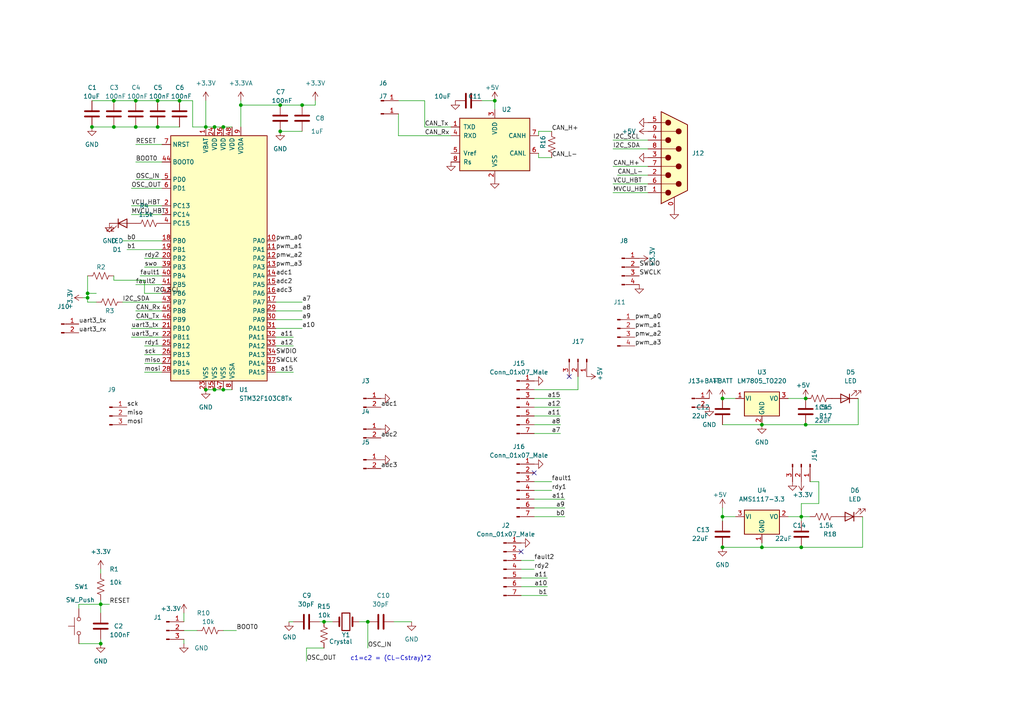
<source format=kicad_sch>
(kicad_sch (version 20211123) (generator eeschema)
  (paper "A4")
  (lib_symbols
    (symbol "Connector:Conn_01x01_Male" (pin_names (offset 1.016) hide)
      (property "Reference" "J" (at 0 2.54 0))
      (property "Value" "Conn_01x01_Male" (at 0 -2.54 0))
      (symbol "Conn_01x01_Male_1_1"
        (polyline (pts (xy 1.27 0) (xy 0.8636 0)) (stroke (width 0.1524)))
        (rectangle (start 0.8636 0.127) (end 0 -0.127) (stroke (width 0.1524)) (fill (type outline)))
        (pin passive line (at 5.08 0 180) (length 3.81) (name "Pin_1") (number "1"))
      )
    )
    (symbol "Connector:Conn_01x02_Male" (pin_names (offset 1.016) hide)
      (property "Reference" "J" (at 0 2.54 0))
      (property "Value" "Conn_01x02_Male" (at 0 -5.08 0))
      (symbol "Conn_01x02_Male_1_1"
        (polyline (pts (xy 1.27 -2.54) (xy 0.8636 -2.54)) (stroke (width 0.1524)))
        (polyline (pts (xy 1.27 0) (xy 0.8636 0)) (stroke (width 0.1524)))
        (rectangle (start 0.8636 -2.413) (end 0 -2.667) (stroke (width 0.1524)) (fill (type outline)))
        (rectangle (start 0.8636 0.127) (end 0 -0.127) (stroke (width 0.1524)) (fill (type outline)))
        (pin passive line (at 5.08 0 180) (length 3.81) (name "Pin_1") (number "1"))
        (pin passive line (at 5.08 -2.54 180) (length 3.81) (name "Pin_2") (number "2"))
      )
    )
    (symbol "Connector:Conn_01x03_Male" (pin_names (offset 1.016) hide)
      (property "Reference" "J" (at 0 5.08 0))
      (property "Value" "Conn_01x03_Male" (at 0 -5.08 0))
      (symbol "Conn_01x03_Male_1_1"
        (polyline (pts (xy 1.27 -2.54) (xy 0.8636 -2.54)) (stroke (width 0.1524)))
        (polyline (pts (xy 1.27 0) (xy 0.8636 0)) (stroke (width 0.1524)))
        (polyline (pts (xy 1.27 2.54) (xy 0.8636 2.54)) (stroke (width 0.1524)))
        (rectangle (start 0.8636 -2.413) (end 0 -2.667) (stroke (width 0.1524)) (fill (type outline)))
        (rectangle (start 0.8636 0.127) (end 0 -0.127) (stroke (width 0.1524)) (fill (type outline)))
        (rectangle (start 0.8636 2.667) (end 0 2.413) (stroke (width 0.1524)) (fill (type outline)))
        (pin passive line (at 5.08 2.54 180) (length 3.81) (name "Pin_1") (number "1"))
        (pin passive line (at 5.08 0 180) (length 3.81) (name "Pin_2") (number "2"))
        (pin passive line (at 5.08 -2.54 180) (length 3.81) (name "Pin_3") (number "3"))
      )
    )
    (symbol "Connector:Conn_01x04_Male" (pin_names (offset 1.016) hide)
      (property "Reference" "J" (at 0 5.08 0))
      (property "Value" "Conn_01x04_Male" (at 0 -7.62 0))
      (symbol "Conn_01x04_Male_1_1"
        (polyline (pts (xy 1.27 -5.08) (xy 0.8636 -5.08)) (stroke (width 0.1524)))
        (polyline (pts (xy 1.27 -2.54) (xy 0.8636 -2.54)) (stroke (width 0.1524)))
        (polyline (pts (xy 1.27 0) (xy 0.8636 0)) (stroke (width 0.1524)))
        (polyline (pts (xy 1.27 2.54) (xy 0.8636 2.54)) (stroke (width 0.1524)))
        (rectangle (start 0.8636 -4.953) (end 0 -5.207) (stroke (width 0.1524)) (fill (type outline)))
        (rectangle (start 0.8636 -2.413) (end 0 -2.667) (stroke (width 0.1524)) (fill (type outline)))
        (rectangle (start 0.8636 0.127) (end 0 -0.127) (stroke (width 0.1524)) (fill (type outline)))
        (rectangle (start 0.8636 2.667) (end 0 2.413) (stroke (width 0.1524)) (fill (type outline)))
        (pin passive line (at 5.08 2.54 180) (length 3.81) (name "Pin_1") (number "1"))
        (pin passive line (at 5.08 0 180) (length 3.81) (name "Pin_2") (number "2"))
        (pin passive line (at 5.08 -2.54 180) (length 3.81) (name "Pin_3") (number "3"))
        (pin passive line (at 5.08 -5.08 180) (length 3.81) (name "Pin_4") (number "4"))
      )
    )
    (symbol "Connector:Conn_01x07_Male" (pin_names (offset 1.016) hide)
      (property "Reference" "J" (at 0 10.16 0))
      (property "Value" "Conn_01x07_Male" (at 0 -10.16 0))
      (symbol "Conn_01x07_Male_1_1"
        (polyline (pts (xy 1.27 -7.62) (xy 0.8636 -7.62)) (stroke (width 0.1524)))
        (polyline (pts (xy 1.27 -5.08) (xy 0.8636 -5.08)) (stroke (width 0.1524)))
        (polyline (pts (xy 1.27 -2.54) (xy 0.8636 -2.54)) (stroke (width 0.1524)))
        (polyline (pts (xy 1.27 0) (xy 0.8636 0)) (stroke (width 0.1524)))
        (polyline (pts (xy 1.27 2.54) (xy 0.8636 2.54)) (stroke (width 0.1524)))
        (polyline (pts (xy 1.27 5.08) (xy 0.8636 5.08)) (stroke (width 0.1524)))
        (polyline (pts (xy 1.27 7.62) (xy 0.8636 7.62)) (stroke (width 0.1524)))
        (rectangle (start 0.8636 -7.493) (end 0 -7.747) (stroke (width 0.1524)) (fill (type outline)))
        (rectangle (start 0.8636 -4.953) (end 0 -5.207) (stroke (width 0.1524)) (fill (type outline)))
        (rectangle (start 0.8636 -2.413) (end 0 -2.667) (stroke (width 0.1524)) (fill (type outline)))
        (rectangle (start 0.8636 0.127) (end 0 -0.127) (stroke (width 0.1524)) (fill (type outline)))
        (rectangle (start 0.8636 2.667) (end 0 2.413) (stroke (width 0.1524)) (fill (type outline)))
        (rectangle (start 0.8636 5.207) (end 0 4.953) (stroke (width 0.1524)) (fill (type outline)))
        (rectangle (start 0.8636 7.747) (end 0 7.493) (stroke (width 0.1524)) (fill (type outline)))
        (pin passive line (at 5.08 7.62 180) (length 3.81) (name "Pin_1") (number "1"))
        (pin passive line (at 5.08 5.08 180) (length 3.81) (name "Pin_2") (number "2"))
        (pin passive line (at 5.08 2.54 180) (length 3.81) (name "Pin_3") (number "3"))
        (pin passive line (at 5.08 0 180) (length 3.81) (name "Pin_4") (number "4"))
        (pin passive line (at 5.08 -2.54 180) (length 3.81) (name "Pin_5") (number "5"))
        (pin passive line (at 5.08 -5.08 180) (length 3.81) (name "Pin_6") (number "6"))
        (pin passive line (at 5.08 -7.62 180) (length 3.81) (name "Pin_7") (number "7"))
      )
    )
    (symbol "Connector:DB9_Male_MountingHoles" (pin_names (offset 1.016) hide)
      (property "Reference" "J" (at 0 16.51 0))
      (property "Value" "DB9_Male_MountingHoles" (at 0 14.605 0))
      (symbol "DB9_Male_MountingHoles_0_1"
        (circle (center -1.778 -10.16) (radius 0.762) (fill (type outline)))
        (circle (center -1.778 -5.08) (radius 0.762) (fill (type outline)))
        (circle (center -1.778 0) (radius 0.762) (fill (type outline)))
        (circle (center -1.778 5.08) (radius 0.762) (fill (type outline)))
        (circle (center -1.778 10.16) (radius 0.762) (fill (type outline)))
        (polyline (pts (xy -3.81 -10.16) (xy -2.54 -10.16)))
        (polyline (pts (xy -3.81 -7.62) (xy 0.508 -7.62)))
        (polyline (pts (xy -3.81 -5.08) (xy -2.54 -5.08)))
        (polyline (pts (xy -3.81 -2.54) (xy 0.508 -2.54)))
        (polyline (pts (xy -3.81 0) (xy -2.54 0)))
        (polyline (pts (xy -3.81 2.54) (xy 0.508 2.54)))
        (polyline (pts (xy -3.81 5.08) (xy -2.54 5.08)))
        (polyline (pts (xy -3.81 7.62) (xy 0.508 7.62)))
        (polyline (pts (xy -3.81 10.16) (xy -2.54 10.16)))
        (polyline (pts (xy -3.81 -13.335) (xy -3.81 13.335) (xy 3.81 9.525) (xy 3.81 -9.525) (xy -3.81 -13.335)) (stroke (width 0.254)) (fill (type background)))
        (circle (center 1.27 -7.62) (radius 0.762) (fill (type outline)))
        (circle (center 1.27 -2.54) (radius 0.762) (fill (type outline)))
        (circle (center 1.27 2.54) (radius 0.762) (fill (type outline)))
        (circle (center 1.27 7.62) (radius 0.762) (fill (type outline)))
      )
      (symbol "DB9_Male_MountingHoles_1_1"
        (pin passive line (at 0 -15.24 90) (length 3.81) (name "PAD") (number "0"))
        (pin passive line (at -7.62 -10.16 0) (length 3.81) (name "1") (number "1"))
        (pin passive line (at -7.62 -5.08 0) (length 3.81) (name "2") (number "2"))
        (pin passive line (at -7.62 0 0) (length 3.81) (name "3") (number "3"))
        (pin passive line (at -7.62 5.08 0) (length 3.81) (name "4") (number "4"))
        (pin passive line (at -7.62 10.16 0) (length 3.81) (name "5") (number "5"))
        (pin passive line (at -7.62 -7.62 0) (length 3.81) (name "6") (number "6"))
        (pin passive line (at -7.62 -2.54 0) (length 3.81) (name "7") (number "7"))
        (pin passive line (at -7.62 2.54 0) (length 3.81) (name "8") (number "8"))
        (pin passive line (at -7.62 7.62 0) (length 3.81) (name "9") (number "9"))
      )
    )
    (symbol "Device:C" (pin_numbers hide) (pin_names (offset 0.254))
      (property "Reference" "C" (at 0.635 2.54 0))
      (property "Value" "C" (at 0.635 -2.54 0))
      (symbol "C_0_1"
        (polyline (pts (xy -2.032 -0.762) (xy 2.032 -0.762)) (stroke (width 0.508)))
        (polyline (pts (xy -2.032 0.762) (xy 2.032 0.762)) (stroke (width 0.508)))
      )
      (symbol "C_1_1"
        (pin passive line (at 0 3.81 270) (length 2.794) (name "~") (number "1"))
        (pin passive line (at 0 -3.81 90) (length 2.794) (name "~") (number "2"))
      )
    )
    (symbol "Device:Crystal" (pin_numbers hide) (pin_names (offset 1.016) hide)
      (property "Reference" "Y" (at 0 3.81 0))
      (property "Value" "Crystal" (at 0 -3.81 0))
      (symbol "Crystal_0_1"
        (rectangle (start -1.143 2.54) (end 1.143 -2.54) (stroke (width 0.3048)))
        (polyline (pts (xy -2.54 0) (xy -1.905 0)))
        (polyline (pts (xy -1.905 -1.27) (xy -1.905 1.27)) (stroke (width 0.508)))
        (polyline (pts (xy 1.905 -1.27) (xy 1.905 1.27)) (stroke (width 0.508)))
        (polyline (pts (xy 2.54 0) (xy 1.905 0)))
      )
      (symbol "Crystal_1_1"
        (pin passive line (at -3.81 0 0) (length 1.27) (name "1") (number "1"))
        (pin passive line (at 3.81 0 180) (length 1.27) (name "2") (number "2"))
      )
    )
    (symbol "Device:LED" (pin_numbers hide) (pin_names (offset 1.016) hide)
      (property "Reference" "D" (at 0 2.54 0))
      (property "Value" "LED" (at 0 -2.54 0))
      (symbol "LED_0_1"
        (polyline (pts (xy -1.27 -1.27) (xy -1.27 1.27)) (stroke (width 0.254)))
        (polyline (pts (xy -1.27 0) (xy 1.27 0)))
        (polyline (pts (xy 1.27 -1.27) (xy 1.27 1.27) (xy -1.27 0) (xy 1.27 -1.27)) (stroke (width 0.254)))
        (polyline (pts (xy -3.048 -0.762) (xy -4.572 -2.286) (xy -3.81 -2.286) (xy -4.572 -2.286) (xy -4.572 -1.524)))
        (polyline (pts (xy -1.778 -0.762) (xy -3.302 -2.286) (xy -2.54 -2.286) (xy -3.302 -2.286) (xy -3.302 -1.524)))
      )
      (symbol "LED_1_1"
        (pin passive line (at -3.81 0 0) (length 2.54) (name "K") (number "1"))
        (pin passive line (at 3.81 0 180) (length 2.54) (name "A") (number "2"))
      )
    )
    (symbol "Device:R_US" (pin_numbers hide) (pin_names (offset 0))
      (property "Reference" "R" (at 2.54 0 90))
      (property "Value" "R_US" (at -2.54 0 90))
      (symbol "R_US_0_1"
        (polyline (pts (xy 0 -2.286) (xy 0 -2.54)))
        (polyline (pts (xy 0 2.286) (xy 0 2.54)))
        (polyline (pts (xy 0 -0.762) (xy 1.016 -1.143) (xy 0 -1.524) (xy -1.016 -1.905) (xy 0 -2.286)))
        (polyline (pts (xy 0 0.762) (xy 1.016 0.381) (xy 0 0) (xy -1.016 -0.381) (xy 0 -0.762)))
        (polyline (pts (xy 0 2.286) (xy 1.016 1.905) (xy 0 1.524) (xy -1.016 1.143) (xy 0 0.762)))
      )
      (symbol "R_US_1_1"
        (pin passive line (at 0 3.81 270) (length 1.27) (name "~") (number "1"))
        (pin passive line (at 0 -3.81 90) (length 1.27) (name "~") (number "2"))
      )
    )
    (symbol "GND_1" (power) (pin_names (offset 0))
      (property "Value" "GND_1" (at 0 -3.81 0))
      (symbol "GND_1_0_1"
        (polyline (pts (xy 0 0) (xy 0 -1.27) (xy 1.27 -1.27) (xy 0 -2.54) (xy -1.27 -1.27) (xy 0 -1.27)))
      )
      (symbol "GND_1_1_1"
        (pin power_in line (at 0 0 270) (length 0) hide (name "GND") (number "1"))
      )
    )
    (symbol "Interface_CAN_LIN:MCP2551-I-SN" (pin_names (offset 1.016))
      (property "Reference" "U" (at -10.16 8.89 0))
      (property "Value" "MCP2551-I-SN" (at 2.54 8.89 0))
      (symbol "MCP2551-I-SN_0_1"
        (rectangle (start -10.16 7.62) (end 10.16 -7.62) (stroke (width 0.254)) (fill (type background)))
      )
      (symbol "MCP2551-I-SN_1_1"
        (pin input line (at -12.7 5.08 0) (length 2.54) (name "TXD") (number "1"))
        (pin power_in line (at 0 -10.16 90) (length 2.54) (name "VSS") (number "2"))
        (pin power_in line (at 0 10.16 270) (length 2.54) (name "VDD") (number "3"))
        (pin output line (at -12.7 2.54 0) (length 2.54) (name "RXD") (number "4"))
        (pin power_out line (at -12.7 -2.54 0) (length 2.54) (name "Vref") (number "5"))
        (pin bidirectional line (at 12.7 -2.54 180) (length 2.54) (name "CANL") (number "6"))
        (pin bidirectional line (at 12.7 2.54 180) (length 2.54) (name "CANH") (number "7"))
        (pin input line (at -12.7 -5.08 0) (length 2.54) (name "Rs") (number "8"))
      )
    )
    (symbol "MCU_ST_STM32F1:STM32F103C8Tx"
      (property "Reference" "U" (at -15.24 36.83 0))
      (property "Value" "STM32F103C8Tx" (at 7.62 36.83 0))
      (symbol "STM32F103C8Tx_0_1"
        (rectangle (start -15.24 -35.56) (end 12.7 35.56) (stroke (width 0.254)) (fill (type background)))
      )
      (symbol "STM32F103C8Tx_1_1"
        (pin power_in line (at -5.08 38.1 270) (length 2.54) (name "VBAT") (number "1"))
        (pin bidirectional line (at 15.24 5.08 180) (length 2.54) (name "PA0") (number "10"))
        (pin bidirectional line (at 15.24 2.54 180) (length 2.54) (name "PA1") (number "11"))
        (pin bidirectional line (at 15.24 0 180) (length 2.54) (name "PA2") (number "12"))
        (pin bidirectional line (at 15.24 -2.54 180) (length 2.54) (name "PA3") (number "13"))
        (pin bidirectional line (at 15.24 -5.08 180) (length 2.54) (name "PA4") (number "14"))
        (pin bidirectional line (at 15.24 -7.62 180) (length 2.54) (name "PA5") (number "15"))
        (pin bidirectional line (at 15.24 -10.16 180) (length 2.54) (name "PA6") (number "16"))
        (pin bidirectional line (at 15.24 -12.7 180) (length 2.54) (name "PA7") (number "17"))
        (pin bidirectional line (at -17.78 5.08 0) (length 2.54) (name "PB0") (number "18"))
        (pin bidirectional line (at -17.78 2.54 0) (length 2.54) (name "PB1") (number "19"))
        (pin bidirectional line (at -17.78 15.24 0) (length 2.54) (name "PC13") (number "2"))
        (pin bidirectional line (at -17.78 0 0) (length 2.54) (name "PB2") (number "20"))
        (pin bidirectional line (at -17.78 -20.32 0) (length 2.54) (name "PB10") (number "21"))
        (pin bidirectional line (at -17.78 -22.86 0) (length 2.54) (name "PB11") (number "22"))
        (pin power_in line (at -5.08 -38.1 90) (length 2.54) (name "VSS") (number "23"))
        (pin power_in line (at -2.54 38.1 270) (length 2.54) (name "VDD") (number "24"))
        (pin bidirectional line (at -17.78 -25.4 0) (length 2.54) (name "PB12") (number "25"))
        (pin bidirectional line (at -17.78 -27.94 0) (length 2.54) (name "PB13") (number "26"))
        (pin bidirectional line (at -17.78 -30.48 0) (length 2.54) (name "PB14") (number "27"))
        (pin bidirectional line (at -17.78 -33.02 0) (length 2.54) (name "PB15") (number "28"))
        (pin bidirectional line (at 15.24 -15.24 180) (length 2.54) (name "PA8") (number "29"))
        (pin bidirectional line (at -17.78 12.7 0) (length 2.54) (name "PC14") (number "3"))
        (pin bidirectional line (at 15.24 -17.78 180) (length 2.54) (name "PA9") (number "30"))
        (pin bidirectional line (at 15.24 -20.32 180) (length 2.54) (name "PA10") (number "31"))
        (pin bidirectional line (at 15.24 -22.86 180) (length 2.54) (name "PA11") (number "32"))
        (pin bidirectional line (at 15.24 -25.4 180) (length 2.54) (name "PA12") (number "33"))
        (pin bidirectional line (at 15.24 -27.94 180) (length 2.54) (name "PA13") (number "34"))
        (pin power_in line (at -2.54 -38.1 90) (length 2.54) (name "VSS") (number "35"))
        (pin power_in line (at 0 38.1 270) (length 2.54) (name "VDD") (number "36"))
        (pin bidirectional line (at 15.24 -30.48 180) (length 2.54) (name "PA14") (number "37"))
        (pin bidirectional line (at 15.24 -33.02 180) (length 2.54) (name "PA15") (number "38"))
        (pin bidirectional line (at -17.78 -2.54 0) (length 2.54) (name "PB3") (number "39"))
        (pin bidirectional line (at -17.78 10.16 0) (length 2.54) (name "PC15") (number "4"))
        (pin bidirectional line (at -17.78 -5.08 0) (length 2.54) (name "PB4") (number "40"))
        (pin bidirectional line (at -17.78 -7.62 0) (length 2.54) (name "PB5") (number "41"))
        (pin bidirectional line (at -17.78 -10.16 0) (length 2.54) (name "PB6") (number "42"))
        (pin bidirectional line (at -17.78 -12.7 0) (length 2.54) (name "PB7") (number "43"))
        (pin input line (at -17.78 27.94 0) (length 2.54) (name "BOOT0") (number "44"))
        (pin bidirectional line (at -17.78 -15.24 0) (length 2.54) (name "PB8") (number "45"))
        (pin bidirectional line (at -17.78 -17.78 0) (length 2.54) (name "PB9") (number "46"))
        (pin power_in line (at 0 -38.1 90) (length 2.54) (name "VSS") (number "47"))
        (pin power_in line (at 2.54 38.1 270) (length 2.54) (name "VDD") (number "48"))
        (pin input line (at -17.78 22.86 0) (length 2.54) (name "PD0") (number "5"))
        (pin input line (at -17.78 20.32 0) (length 2.54) (name "PD1") (number "6"))
        (pin input line (at -17.78 33.02 0) (length 2.54) (name "NRST") (number "7"))
        (pin power_in line (at 2.54 -38.1 90) (length 2.54) (name "VSSA") (number "8"))
        (pin power_in line (at 5.08 38.1 270) (length 2.54) (name "VDDA") (number "9"))
      )
    )
    (symbol "Regulator_Linear:AMS1117-3.3" (pin_names (offset 0.254))
      (property "Reference" "U" (at -3.81 3.175 0))
      (property "Value" "AMS1117-3.3" (at 0 3.175 0))
      (symbol "AMS1117-3.3_0_1"
        (rectangle (start -5.08 -5.08) (end 5.08 1.905) (stroke (width 0.254)) (fill (type background)))
      )
      (symbol "AMS1117-3.3_1_1"
        (pin power_in line (at 0 -7.62 90) (length 2.54) (name "GND") (number "1"))
        (pin power_out line (at 7.62 0 180) (length 2.54) (name "VO") (number "2"))
        (pin power_in line (at -7.62 0 0) (length 2.54) (name "VI") (number "3"))
      )
    )
    (symbol "Regulator_Linear:LM7805_TO220" (pin_names (offset 0.254))
      (property "Reference" "U" (at -3.81 3.175 0))
      (property "Value" "LM7805_TO220" (at 0 3.175 0))
      (symbol "LM7805_TO220_0_1"
        (rectangle (start -5.08 1.905) (end 5.08 -5.08) (stroke (width 0.254)) (fill (type background)))
      )
      (symbol "LM7805_TO220_1_1"
        (pin power_in line (at -7.62 0 0) (length 2.54) (name "VI") (number "1"))
        (pin power_in line (at 0 -7.62 90) (length 2.54) (name "GND") (number "2"))
        (pin power_out line (at 7.62 0 180) (length 2.54) (name "VO") (number "3"))
      )
    )
    (symbol "Switch:SW_Push" (pin_numbers hide) (pin_names (offset 1.016) hide)
      (property "Reference" "SW" (at 1.27 2.54 0))
      (property "Value" "SW_Push" (at 0 -1.524 0))
      (symbol "SW_Push_0_1"
        (circle (center -2.032 0) (radius 0.508))
        (polyline (pts (xy 0 1.27) (xy 0 3.048)))
        (polyline (pts (xy 2.54 1.27) (xy -2.54 1.27)))
        (circle (center 2.032 0) (radius 0.508))
        (pin passive line (at -5.08 0 0) (length 2.54) (name "1") (number "1"))
        (pin passive line (at 5.08 0 180) (length 2.54) (name "2") (number "2"))
      )
    )
    (symbol "power:+3.3V" (power) (pin_names (offset 0))
      (property "Value" "+3.3V" (at 0 3.556 0))
      (symbol "+3.3V_0_1"
        (polyline (pts (xy -0.762 1.27) (xy 0 2.54)))
        (polyline (pts (xy 0 0) (xy 0 2.54)))
        (polyline (pts (xy 0 2.54) (xy 0.762 1.27)))
      )
      (symbol "+3.3V_1_1"
        (pin power_in line (at 0 0 90) (length 0) hide (name "+3.3V") (number "1"))
      )
    )
    (symbol "power:+3.3VA" (power) (pin_names (offset 0))
      (property "Value" "+3.3VA" (at 0 3.556 0))
      (symbol "+3.3VA_0_1"
        (polyline (pts (xy -0.762 1.27) (xy 0 2.54)))
        (polyline (pts (xy 0 0) (xy 0 2.54)))
        (polyline (pts (xy 0 2.54) (xy 0.762 1.27)))
      )
      (symbol "+3.3VA_1_1"
        (pin power_in line (at 0 0 90) (length 0) hide (name "+3.3VA") (number "1"))
      )
    )
    (symbol "power:+5V" (power) (pin_names (offset 0))
      (property "Value" "+5V" (at 0 3.556 0))
      (symbol "+5V_0_1"
        (polyline (pts (xy -0.762 1.27) (xy 0 2.54)))
        (polyline (pts (xy 0 0) (xy 0 2.54)))
        (polyline (pts (xy 0 2.54) (xy 0.762 1.27)))
      )
      (symbol "+5V_1_1"
        (pin power_in line (at 0 0 90) (length 0) hide (name "+5V") (number "1"))
      )
    )
    (symbol "power:+BATT" (power) (pin_names (offset 0))
      (property "Value" "+BATT" (at 0 3.556 0))
      (symbol "+BATT_0_1"
        (polyline (pts (xy -0.762 1.27) (xy 0 2.54)))
        (polyline (pts (xy 0 0) (xy 0 2.54)))
        (polyline (pts (xy 0 2.54) (xy 0.762 1.27)))
      )
      (symbol "+BATT_1_1"
        (pin power_in line (at 0 0 90) (length 0) hide (name "+BATT") (number "1"))
      )
    )
    (symbol "power:GND" (power) (pin_names (offset 0))
      (property "Value" "GND" (at 0 -3.81 0))
      (symbol "GND_0_1"
        (polyline (pts (xy 0 0) (xy 0 -1.27) (xy 1.27 -1.27) (xy 0 -2.54) (xy -1.27 -1.27) (xy 0 -1.27)))
      )
      (symbol "GND_1_1"
        (pin power_in line (at 0 0 270) (length 0) hide (name "GND") (number "1"))
      )
    )
  )
  (junction (at 39.37 36.83))
  (junction (at 87.63 30.48))
  (junction (at 33.02 29.21))
  (junction (at 220.98 158.75))
  (junction (at 81.28 38.1))
  (junction (at 33.02 36.83))
  (junction (at 26.67 36.83))
  (junction (at 233.68 115.57))
  (junction (at 93.98 180.34))
  (junction (at 209.55 158.75))
  (junction (at 64.77 36.83))
  (junction (at 52.07 29.21))
  (junction (at 143.51 29.21))
  (junction (at 69.85 30.48))
  (junction (at 232.41 149.86))
  (junction (at 64.77 113.03))
  (junction (at 233.68 123.19))
  (junction (at 106.68 180.34))
  (junction (at 45.72 29.21))
  (junction (at 29.21 186.69))
  (junction (at 59.69 36.83))
  (junction (at 62.23 36.83))
  (junction (at 29.21 175.26))
  (junction (at 232.41 158.75))
  (junction (at 81.28 30.48))
  (junction (at 59.69 113.03))
  (junction (at 62.23 113.03))
  (junction (at 209.55 149.86))
  (junction (at 220.98 123.19))
  (junction (at 25.4 85.09))
  (junction (at 25.4 86.36))
  (junction (at 209.55 115.57))
  (junction (at 45.72 36.83))
  (junction (at 39.37 29.21))
  (no_connect (at 165.1 109.22))
  (no_connect (at 154.94 137.16))
  (no_connect (at 151.13 160.02))
  (wire (pts (xy 29.21 175.26) (xy 29.21 177.8)))
  (wire (pts (xy 25.4 87.63) (xy 25.4 86.36)))
  (wire (pts (xy 29.21 185.42) (xy 29.21 186.69)))
  (wire (pts (xy 156.21 45.72) (xy 160.02 45.72)))
  (wire (pts (xy 237.49 146.05) (xy 232.41 146.05)))
  (wire (pts (xy 25.4 85.09) (xy 27.94 85.09)))
  (wire (pts (xy 228.6 149.86) (xy 232.41 149.86)))
  (wire (pts (xy 80.01 97.79) (xy 85.09 97.79)))
  (wire (pts (xy 29.21 165.1) (xy 29.21 166.37)))
  (wire (pts (xy 160.02 142.24) (xy 154.94 142.24)))
  (wire (pts (xy 64.77 36.83) (xy 67.31 36.83)))
  (wire (pts (xy 41.91 74.93) (xy 46.99 74.93)))
  (wire (pts (xy 156.21 44.45) (xy 156.21 45.72)))
  (wire (pts (xy 154.94 147.32) (xy 163.83 147.32)))
  (wire (pts (xy 123.19 36.83) (xy 130.81 36.83)))
  (wire (pts (xy 179.07 50.8) (xy 187.96 50.8)))
  (wire (pts (xy 80.01 90.17) (xy 87.63 90.17)))
  (wire (pts (xy 209.55 149.86) (xy 213.36 149.86)))
  (wire (pts (xy 26.67 36.83) (xy 33.02 36.83)))
  (wire (pts (xy 33.02 36.83) (xy 39.37 36.83)))
  (wire (pts (xy 69.85 29.21) (xy 69.85 30.48)))
  (wire (pts (xy 228.6 115.57) (xy 233.68 115.57)))
  (wire (pts (xy 39.37 36.83) (xy 45.72 36.83)))
  (wire (pts (xy 53.34 177.8) (xy 53.34 180.34)))
  (wire (pts (xy 35.56 87.63) (xy 46.99 87.63)))
  (wire (pts (xy 69.85 36.83) (xy 69.85 30.48)))
  (wire (pts (xy 96.52 180.34) (xy 93.98 180.34)))
  (wire (pts (xy 38.1 97.79) (xy 46.99 97.79)))
  (wire (pts (xy 33.02 29.21) (xy 39.37 29.21)))
  (wire (pts (xy 234.95 139.7) (xy 237.49 139.7)))
  (wire (pts (xy 29.21 175.26) (xy 31.75 175.26)))
  (wire (pts (xy 209.55 158.75) (xy 220.98 158.75)))
  (wire (pts (xy 33.02 81.28) (xy 41.91 81.28)))
  (wire (pts (xy 33.02 81.28) (xy 33.02 80.01)))
  (wire (pts (xy 41.91 102.87) (xy 46.99 102.87)))
  (wire (pts (xy 59.69 36.83) (xy 62.23 36.83)))
  (wire (pts (xy 45.72 29.21) (xy 52.07 29.21)))
  (wire (pts (xy 167.64 113.03) (xy 167.64 109.22)))
  (wire (pts (xy 104.14 180.34) (xy 106.68 180.34)))
  (wire (pts (xy 162.56 123.19) (xy 154.94 123.19)))
  (wire (pts (xy 115.57 33.02) (xy 115.57 39.37)))
  (wire (pts (xy 154.94 165.1) (xy 151.13 165.1)))
  (wire (pts (xy 232.41 149.86) (xy 234.95 149.86)))
  (wire (pts (xy 220.98 123.19) (xy 233.68 123.19)))
  (wire (pts (xy 27.94 87.63) (xy 25.4 87.63)))
  (wire (pts (xy 232.41 149.86) (xy 232.41 151.13)))
  (wire (pts (xy 151.13 167.64) (xy 158.75 167.64)))
  (wire (pts (xy 26.67 29.21) (xy 33.02 29.21)))
  (wire (pts (xy 139.7 29.21) (xy 143.51 29.21)))
  (wire (pts (xy 162.56 125.73) (xy 154.94 125.73)))
  (wire (pts (xy 29.21 175.26) (xy 29.21 173.99)))
  (wire (pts (xy 25.4 86.36) (xy 25.4 85.09)))
  (wire (pts (xy 209.55 123.19) (xy 220.98 123.19)))
  (wire (pts (xy 209.55 151.13) (xy 209.55 149.86)))
  (wire (pts (xy 114.3 180.34) (xy 119.38 180.34)))
  (wire (pts (xy 209.55 147.32) (xy 209.55 149.86)))
  (wire (pts (xy 38.1 95.25) (xy 46.99 95.25)))
  (wire (pts (xy 39.37 90.17) (xy 46.99 90.17)))
  (wire (pts (xy 220.98 158.75) (xy 232.41 158.75)))
  (wire (pts (xy 237.49 139.7) (xy 237.49 146.05)))
  (wire (pts (xy 52.07 29.21) (xy 55.88 29.21)))
  (wire (pts (xy 80.01 95.25) (xy 87.63 95.25)))
  (wire (pts (xy 22.86 175.26) (xy 29.21 175.26)))
  (wire (pts (xy 62.23 36.83) (xy 64.77 36.83)))
  (wire (pts (xy 232.41 146.05) (xy 232.41 149.86)))
  (wire (pts (xy 39.37 82.55) (xy 46.99 82.55)))
  (wire (pts (xy 39.37 41.91) (xy 46.99 41.91)))
  (wire (pts (xy 177.8 53.34) (xy 187.96 53.34)))
  (wire (pts (xy 177.8 40.64) (xy 187.96 40.64)))
  (wire (pts (xy 154.94 120.65) (xy 162.56 120.65)))
  (wire (pts (xy 248.92 123.19) (xy 233.68 123.19)))
  (wire (pts (xy 53.34 186.69) (xy 53.34 185.42)))
  (wire (pts (xy 59.69 113.03) (xy 62.23 113.03)))
  (wire (pts (xy 55.88 36.83) (xy 59.69 36.83)))
  (wire (pts (xy 41.91 81.28) (xy 41.91 85.09)))
  (wire (pts (xy 250.19 149.86) (xy 250.19 158.75)))
  (wire (pts (xy 64.77 113.03) (xy 67.31 113.03)))
  (wire (pts (xy 35.56 69.85) (xy 46.99 69.85)))
  (wire (pts (xy 22.86 176.53) (xy 22.86 175.26)))
  (wire (pts (xy 53.34 182.88) (xy 57.15 182.88)))
  (wire (pts (xy 123.19 29.21) (xy 123.19 36.83)))
  (wire (pts (xy 156.21 38.1) (xy 160.02 38.1)))
  (wire (pts (xy 39.37 92.71) (xy 46.99 92.71)))
  (wire (pts (xy 39.37 52.07) (xy 46.99 52.07)))
  (wire (pts (xy 177.8 43.18) (xy 187.96 43.18)))
  (wire (pts (xy 25.4 85.09) (xy 25.4 80.01)))
  (wire (pts (xy 162.56 115.57) (xy 154.94 115.57)))
  (wire (pts (xy 55.88 29.21) (xy 55.88 36.83)))
  (wire (pts (xy 41.91 105.41) (xy 46.99 105.41)))
  (wire (pts (xy 91.44 29.21) (xy 91.44 30.48)))
  (wire (pts (xy 41.91 77.47) (xy 46.99 77.47)))
  (wire (pts (xy 88.9 187.96) (xy 93.98 187.96)))
  (wire (pts (xy 177.8 55.88) (xy 187.96 55.88)))
  (wire (pts (xy 177.8 48.26) (xy 187.96 48.26)))
  (wire (pts (xy 83.82 180.34) (xy 85.09 180.34)))
  (wire (pts (xy 38.1 54.61) (xy 46.99 54.61)))
  (wire (pts (xy 24.13 86.36) (xy 25.4 86.36)))
  (wire (pts (xy 45.72 36.83) (xy 52.07 36.83)))
  (wire (pts (xy 38.1 62.23) (xy 46.99 62.23)))
  (wire (pts (xy 156.21 39.37) (xy 156.21 38.1)))
  (wire (pts (xy 36.83 72.39) (xy 46.99 72.39)))
  (wire (pts (xy 22.86 186.69) (xy 29.21 186.69)))
  (wire (pts (xy 39.37 46.99) (xy 46.99 46.99)))
  (wire (pts (xy 39.37 29.21) (xy 45.72 29.21)))
  (wire (pts (xy 81.28 38.1) (xy 87.63 38.1)))
  (wire (pts (xy 209.55 115.57) (xy 213.36 115.57)))
  (wire (pts (xy 38.1 59.69) (xy 46.99 59.69)))
  (wire (pts (xy 69.85 30.48) (xy 81.28 30.48)))
  (wire (pts (xy 143.51 29.21) (xy 143.51 31.75)))
  (wire (pts (xy 154.94 162.56) (xy 151.13 162.56)))
  (wire (pts (xy 154.94 149.86) (xy 163.83 149.86)))
  (wire (pts (xy 80.01 100.33) (xy 85.09 100.33)))
  (wire (pts (xy 41.91 100.33) (xy 46.99 100.33)))
  (wire (pts (xy 248.92 115.57) (xy 248.92 123.19)))
  (wire (pts (xy 162.56 118.11) (xy 154.94 118.11)))
  (wire (pts (xy 81.28 30.48) (xy 87.63 30.48)))
  (wire (pts (xy 91.44 30.48) (xy 87.63 30.48)))
  (wire (pts (xy 106.68 180.34) (xy 106.68 187.96)))
  (wire (pts (xy 41.91 107.95) (xy 46.99 107.95)))
  (wire (pts (xy 92.71 180.34) (xy 93.98 180.34)))
  (wire (pts (xy 160.02 139.7) (xy 154.94 139.7)))
  (wire (pts (xy 151.13 172.72) (xy 158.75 172.72)))
  (wire (pts (xy 40.64 80.01) (xy 46.99 80.01)))
  (wire (pts (xy 115.57 39.37) (xy 130.81 39.37)))
  (wire (pts (xy 80.01 107.95) (xy 85.09 107.95)))
  (wire (pts (xy 250.19 158.75) (xy 232.41 158.75)))
  (wire (pts (xy 59.69 29.21) (xy 59.69 36.83)))
  (wire (pts (xy 115.57 29.21) (xy 123.19 29.21)))
  (wire (pts (xy 62.23 113.03) (xy 64.77 113.03)))
  (wire (pts (xy 68.58 182.88) (xy 64.77 182.88)))
  (wire (pts (xy 80.01 92.71) (xy 87.63 92.71)))
  (wire (pts (xy 154.94 113.03) (xy 167.64 113.03)))
  (wire (pts (xy 80.01 87.63) (xy 87.63 87.63)))
  (wire (pts (xy 220.98 157.48) (xy 220.98 158.75)))
  (wire (pts (xy 154.94 144.78) (xy 163.83 144.78)))
  (wire (pts (xy 41.91 85.09) (xy 46.99 85.09)))
  (wire (pts (xy 88.9 191.77) (xy 88.9 187.96)))
  (wire (pts (xy 158.75 170.18) (xy 151.13 170.18)))
  (text "c1=c2 = (CL-Cstray)*2\n" (at 101.6 191.77 0) (effects (font (size 1.27 1.27)) (justify left bottom)))
  (label "a7" (at 87.63 87.63 0))
  (label "a7" (at 162.56 125.73 180))
  (label "uart3_tx" (at 38.1 95.25 0))
  (label "pwm_a1" (at 80.01 72.39 0))
  (label "BOOT0" (at 39.37 46.99 0))
  (label "rdy1" (at 160.02 142.24 0))
  (label "RESET" (at 31.75 175.26 0))
  (label "adc1" (at 80.01 80.01 0))
  (label "pwm_a0" (at 80.01 69.85 0))
  (label "a10" (at 158.75 170.18 180))
  (label "I2C_SCL" (at 44.45 85.09 0))
  (label "OSC_IN" (at 106.68 187.96 0))
  (label "I2C_SCL" (at 177.8 40.64 0))
  (label "SWCLK" (at 185.42 80.01 0))
  (label "SWCLK" (at 80.01 105.41 0))
  (label "CAN_Rx" (at 123.19 39.37 0))
  (label "sck" (at 36.83 118.11 0))
  (label "CAN_L-" (at 160.02 45.72 0))
  (label "uart3_rx" (at 22.86 96.52 0))
  (label "adc2" (at 80.01 82.55 0))
  (label "a11" (at 158.75 167.64 180))
  (label "pwm_a3" (at 80.01 77.47 0))
  (label "a9" (at 163.83 147.32 180))
  (label "a11" (at 85.09 97.79 180))
  (label "fault1" (at 40.64 80.01 0))
  (label "RESET" (at 39.37 41.91 0))
  (label "fault2" (at 154.94 162.56 0))
  (label "uart3_rx" (at 38.1 97.79 0))
  (label "b1" (at 36.83 72.39 0))
  (label "rdy1" (at 41.91 100.33 0))
  (label "a15" (at 162.56 115.57 180))
  (label "a8" (at 162.56 123.19 180))
  (label "VCU_HBT" (at 38.1 59.69 0))
  (label "I2C_SDA" (at 177.8 43.18 0))
  (label "CAN_H+" (at 160.02 38.1 0))
  (label "adc1" (at 110.49 118.11 0))
  (label "a8" (at 87.63 90.17 0))
  (label "CAN_H+" (at 177.8 48.26 0))
  (label "OSC_OUT" (at 38.1 54.61 0))
  (label "VCU_HBT" (at 177.8 53.34 0))
  (label "CAN_L-" (at 179.07 50.8 0))
  (label "a9" (at 87.63 92.71 0))
  (label "b0" (at 163.83 149.86 180))
  (label "b1" (at 158.75 172.72 180))
  (label "rdy2" (at 154.94 165.1 0))
  (label "pwm_a0" (at 184.15 92.71 0))
  (label "MVCU_HBT" (at 177.8 55.88 0))
  (label "BOOT0" (at 68.58 182.88 0))
  (label "CAN_Rx" (at 39.37 90.17 0))
  (label "CAN_Tx" (at 123.19 36.83 0))
  (label "a11" (at 162.56 120.65 180))
  (label "adc3" (at 80.01 85.09 0))
  (label "a11" (at 163.83 144.78 180))
  (label "SWDIO" (at 80.01 102.87 0))
  (label "fault1" (at 160.02 139.7 0))
  (label "adc2" (at 110.49 127 0))
  (label "miso" (at 41.91 105.41 0))
  (label "adc3" (at 110.49 135.89 0))
  (label "rdy2" (at 41.91 74.93 0))
  (label "OSC_IN" (at 39.37 52.07 0))
  (label "sck" (at 41.91 102.87 0))
  (label "miso" (at 36.83 120.65 0))
  (label "pmw_a2" (at 80.01 74.93 0))
  (label "SWDIO" (at 185.42 77.47 0))
  (label "MVCU_HBT" (at 38.1 62.23 0))
  (label "a10" (at 87.63 95.25 0))
  (label "mosi" (at 36.83 123.19 0))
  (label "pwm_a3" (at 184.15 100.33 0))
  (label "mosi" (at 41.91 107.95 0))
  (label "a12" (at 162.56 118.11 180))
  (label "swo" (at 41.91 77.47 0))
  (label "b0" (at 36.83 69.85 0))
  (label "a12" (at 85.09 100.33 180))
  (label "CAN_Tx" (at 39.37 92.71 0))
  (label "uart3_tx" (at 22.86 93.98 0))
  (label "fault2" (at 39.37 82.55 0))
  (label "OSC_OUT" (at 88.9 191.77 0))
  (label "pmw_a2" (at 184.15 97.79 0))
  (label "I2C_SDA" (at 35.56 87.63 0))
  (label "pwm_a1" (at 184.15 95.25 0))
  (label "a15" (at 85.09 107.95 180))
  (symbol (lib_name "GND_1") (lib_id "power:GND") (at 154.94 110.49 90) (unit 1)
    (property "Reference" "#PWR0120" (effects hide))
    (property "Value" "GND" (effects hide))
  )
  (symbol (lib_id "power:GND") (at 26.67 36.83 0) (unit 1)
    (property "Reference" "#PWR0109" (effects hide))
    (property "Value" "GND" (at 26.67 41.91 0))
  )
  (symbol (lib_id "Device:C") (at 81.28 34.29 0) (unit 1)
    (property "Reference" "C7" (at 80.01 26.67 0) (effects (justify left)))
    (property "Value" "100nF" (at 78.74 29.21 0) (effects (justify left)))
    (property "Footprint" "Capacitor_SMD:C_0805_2012Metric_Pad1.18x1.45mm_HandSolder" (effects hide))
  )
  (symbol (lib_id "power:+BATT") (at 205.74 115.57 0) (unit 1)
    (property "Reference" "#PWR0139" (effects hide))
    (property "Value" "+BATT" (at 205.74 110.49 0))
  )
  (symbol (lib_id "power:+3.3V") (at 24.13 86.36 90) (unit 1)
    (property "Reference" "#PWR0113" (effects hide))
    (property "Value" "+3.3V" (at 20.32 83.82 0) (effects (justify right)))
  )
  (symbol (lib_id "Device:C") (at 110.49 180.34 270) (unit 1)
    (property "Reference" "C10" (at 109.22 172.72 90) (effects (justify left)))
    (property "Value" "30pF" (at 107.95 175.26 90) (effects (justify left)))
    (property "Footprint" "Capacitor_SMD:C_0805_2012Metric_Pad1.18x1.45mm_HandSolder" (effects hide))
  )
  (symbol (lib_id "Device:C") (at 26.67 33.02 0) (unit 1)
    (property "Reference" "C1" (at 25.4 25.4 0) (effects (justify left)))
    (property "Value" "10uF" (at 24.13 27.94 0) (effects (justify left)))
    (property "Footprint" "Capacitor_SMD:C_0805_2012Metric_Pad1.18x1.45mm_HandSolder" (effects hide))
  )
  (symbol (lib_id "Device:R_US") (at 43.18 64.77 90) (unit 1)
    (property "Reference" "R4" (at 43.18 59.69 90) (effects (justify left)))
    (property "Value" "1.5k" (at 44.45 62.23 90) (effects (justify left)))
    (property "Footprint" "Resistor_SMD:R_0805_2012Metric_Pad1.20x1.40mm_HandSolder" (effects hide))
  )
  (symbol (lib_id "Interface_CAN_LIN:MCP2551-I-SN") (at 143.51 41.91 0) (unit 1)
    (property "Reference" "U2" (at 145.5294 31.75 0) (effects (justify left)))
    (property "Value" "MCP2551-I-SN" (effects hide))
    (property "Footprint" "Package_SO:SOIC-8_3.9x4.9mm_P1.27mm" (effects hide))
    (property "Datasheet" "http://ww1.microchip.com/downloads/en/devicedoc/21667d.pdf" (effects hide))
  )
  (symbol (lib_id "Connector:Conn_01x01_Male") (at 110.49 33.02 0) (unit 1)
    (property "Reference" "J7" (at 111.125 27.94 0))
    (property "Value" "Conn_01x01_Male" (effects hide))
    (property "Footprint" "Connector_PinHeader_2.54mm:PinHeader_1x01_P2.54mm_Vertical" (effects hide))
  )
  (symbol (lib_name "GND_1") (lib_id "power:GND") (at 185.42 82.55 0) (unit 1)
    (property "Reference" "#PWR02" (effects hide))
    (property "Value" "GND" (effects hide))
  )
  (symbol (lib_id "Device:C") (at 39.37 33.02 0) (unit 1)
    (property "Reference" "C4" (at 38.1 25.4 0) (effects (justify left)))
    (property "Value" "100nF" (at 36.83 27.94 0) (effects (justify left)))
    (property "Footprint" "Capacitor_SMD:C_0805_2012Metric_Pad1.18x1.45mm_HandSolder" (effects hide))
  )
  (symbol (lib_id "Device:C") (at 232.41 154.94 0) (unit 1)
    (property "Reference" "C14" (at 229.87 152.4 0) (effects (justify left)))
    (property "Value" "22uF" (at 224.79 156.21 0) (effects (justify left)))
    (property "Footprint" "Capacitor_SMD:C_0805_2012Metric_Pad1.18x1.45mm_HandSolder" (effects hide))
  )
  (symbol (lib_id "Device:C") (at 45.72 33.02 0) (unit 1)
    (property "Reference" "C5" (at 44.45 25.4 0) (effects (justify left)))
    (property "Value" "100nF" (at 43.18 27.94 0) (effects (justify left)))
    (property "Footprint" "Capacitor_SMD:C_0805_2012Metric_Pad1.18x1.45mm_HandSolder" (effects hide))
  )
  (symbol (lib_name "GND_1") (lib_id "power:GND") (at 151.13 157.48 90) (unit 1)
    (property "Reference" "#PWR0116" (effects hide))
    (property "Value" "GND" (effects hide))
  )
  (symbol (lib_id "Connector:Conn_01x04_Male") (at 179.07 95.25 0) (unit 1)
    (property "Reference" "J11" (at 179.705 87.63 0))
    (property "Value" "Conn_01x04_Male" (effects hide))
    (property "Footprint" "Connector_PinHeader_2.54mm:PinHeader_1x04_P2.54mm_Vertical" (effects hide))
  )
  (symbol (lib_id "power:GND") (at 59.69 113.03 0) (unit 1)
    (property "Reference" "#PWR0118" (effects hide))
    (property "Value" "GND" (at 59.69 118.11 0))
  )
  (symbol (lib_id "Device:C") (at 135.89 29.21 90) (unit 1)
    (property "Reference" "C11" (at 139.7 27.94 90) (effects (justify left)))
    (property "Value" "10uF" (at 130.81 27.94 90) (effects (justify left)))
    (property "Footprint" "Capacitor_SMD:C_0805_2012Metric_Pad1.18x1.45mm_HandSolder" (effects hide))
  )
  (symbol (lib_id "Connector:Conn_01x02_Male") (at 105.41 124.46 0) (unit 1)
    (property "Reference" "J4" (at 106.045 119.38 0))
    (property "Value" "Conn_01x02_Male" (effects hide))
    (property "Footprint" "Connector_JST:JST_NV_B02P-NV_1x02_P5.00mm_Vertical" (effects hide))
  )
  (symbol (lib_id "Device:C") (at 233.68 119.38 0) (unit 1)
    (property "Reference" "C15" (at 237.49 118.11 0) (effects (justify left)))
    (property "Value" "22uF" (at 236.22 121.92 0) (effects (justify left)))
    (property "Footprint" "Capacitor_THT:CP_Radial_D5.0mm_P2.00mm" (effects hide))
  )
  (symbol (lib_id "Connector:Conn_01x04_Male") (at 180.34 77.47 0) (unit 1)
    (property "Reference" "J8" (at 180.975 69.85 0))
    (property "Value" "Conn_01x04_Male" (effects hide))
    (property "Footprint" "Connector_PinHeader_2.54mm:PinHeader_1x04_P2.54mm_Vertical" (effects hide))
  )
  (symbol (lib_id "Device:C") (at 209.55 119.38 0) (unit 1)
    (property "Reference" "C12" (at 201.93 118.11 0) (effects (justify left)))
    (property "Value" "22uF" (at 200.66 120.65 0) (effects (justify left)))
    (property "Footprint" "Capacitor_THT:CP_Radial_D5.0mm_P2.50mm" (effects hide))
  )
  (symbol (lib_id "Device:LED") (at 35.56 64.77 0) (unit 1)
    (property "Reference" "D1" (at 33.9725 72.39 0))
    (property "Value" "LED" (at 33.9725 69.85 0))
    (property "Footprint" "LED_SMD:LED_0805_2012Metric_Pad1.15x1.40mm_HandSolder" (effects hide))
  )
  (symbol (lib_id "power:+5V") (at 143.51 29.21 0) (unit 1)
    (property "Reference" "#PWR0130" (effects hide))
    (property "Value" "+5V" (at 144.78 25.4 0) (effects (justify right)))
  )
  (symbol (lib_id "power:GND") (at 187.96 45.72 270) (unit 1)
    (property "Reference" "#PWR0122" (effects hide))
    (property "Value" "GND" (effects hide))
  )
  (symbol (lib_id "power:+BATT") (at 209.55 115.57 0) (unit 1)
    (property "Reference" "#PWR0138" (effects hide))
    (property "Value" "+BATT" (at 209.55 110.49 0))
  )
  (symbol (lib_id "power:GND") (at 229.87 139.7 0) (unit 1)
    (property "Reference" "#PWR0133" (effects hide))
    (property "Value" "GND" (effects hide))
  )
  (symbol (lib_id "power:GND") (at 119.38 180.34 0) (unit 1)
    (property "Reference" "#PWR0105" (effects hide))
    (property "Value" "GND" (at 119.38 185.42 0))
  )
  (symbol (lib_id "Connector:Conn_01x07_Male") (at 149.86 118.11 0) (unit 1)
    (property "Reference" "J15" (at 150.495 105.41 0))
    (property "Value" "Conn_01x07_Male" (at 150.495 107.95 0))
    (property "Footprint" "Connector_JST:JST_EH_B7B-EH-A_1x07_P2.50mm_Vertical" (effects hide))
  )
  (symbol (lib_id "Connector:Conn_01x02_Male") (at 200.66 115.57 0) (unit 1)
    (property "Reference" "J13" (at 201.295 110.49 0))
    (property "Value" "Conn_01x02_Male" (effects hide))
    (property "Footprint" "Connector_Phoenix_MSTB:PhoenixContact_MSTBVA_2,5_2-G-5,08_1x02_P5.08mm_Vertical" (effects hide))
  )
  (symbol (lib_id "Connector:Conn_01x07_Male") (at 146.05 165.1 0) (unit 1)
    (property "Reference" "J2" (at 146.685 152.4 0))
    (property "Value" "Conn_01x07_Male" (at 146.685 154.94 0))
    (property "Footprint" "Connector_JST:JST_EH_B7B-EH-A_1x07_P2.50mm_Vertical" (effects hide))
  )
  (symbol (lib_id "power:+3.3V") (at 232.41 139.7 180) (unit 1)
    (property "Reference" "#PWR0134" (effects hide))
    (property "Value" "+3.3V" (at 229.87 143.51 0) (effects (justify right)))
  )
  (symbol (lib_id "Device:C") (at 209.55 154.94 0) (unit 1)
    (property "Reference" "C13" (at 201.93 153.67 0) (effects (justify left)))
    (property "Value" "22uF" (at 200.66 156.21 0) (effects (justify left)))
    (property "Footprint" "Capacitor_SMD:C_0805_2012Metric_Pad1.18x1.45mm_HandSolder" (effects hide))
  )
  (symbol (lib_id "power:+3.3V") (at 91.44 29.21 0) (unit 1)
    (property "Reference" "#PWR0110" (effects hide))
    (property "Value" "+3.3V" (at 91.44 24.13 0))
  )
  (symbol (lib_id "Connector:Conn_01x03_Male") (at 232.41 134.62 270) (unit 1)
    (property "Reference" "J14" (at 236.22 132.08 0))
    (property "Value" "Conn_01x03_Male" (effects hide))
    (property "Footprint" "Connector_PinHeader_2.54mm:PinHeader_1x03_P2.54mm_Vertical" (effects hide))
  )
  (symbol (lib_id "power:+5V") (at 233.68 115.57 0) (unit 1)
    (property "Reference" "#PWR0137" (effects hide))
    (property "Value" "+5V" (at 234.95 111.76 0) (effects (justify right)))
  )
  (symbol (lib_name "GND_1") (lib_id "power:GND") (at 154.94 134.62 90) (unit 1)
    (property "Reference" "#PWR0119" (effects hide))
    (property "Value" "GND" (effects hide))
  )
  (symbol (lib_id "power:GND") (at 29.21 186.69 0) (unit 1)
    (property "Reference" "#PWR0101" (effects hide))
    (property "Value" "GND" (at 29.21 191.77 0))
  )
  (symbol (lib_name "GND_1") (lib_id "power:GND") (at 130.81 46.99 0) (unit 1)
    (property "Reference" "#PWR0131" (effects hide))
    (property "Value" "GND" (effects hide))
  )
  (symbol (lib_id "Device:LED") (at 245.11 115.57 180) (unit 1)
    (property "Reference" "D5" (at 246.6975 107.95 0))
    (property "Value" "LED" (at 246.6975 110.49 0))
    (property "Footprint" "LED_SMD:LED_0805_2012Metric_Pad1.15x1.40mm_HandSolder" (effects hide))
  )
  (symbol (lib_id "Device:R_US") (at 237.49 115.57 270) (unit 1)
    (property "Reference" "R17" (at 237.49 120.65 90) (effects (justify left)))
    (property "Value" "1.5k" (at 236.22 118.11 90) (effects (justify left)))
    (property "Footprint" "Resistor_SMD:R_0805_2012Metric_Pad1.20x1.40mm_HandSolder" (effects hide))
  )
  (symbol (lib_name "GND_1") (lib_id "power:GND") (at 110.49 115.57 90) (unit 1)
    (property "Reference" "#PWR0115" (effects hide))
    (property "Value" "GND" (effects hide))
  )
  (symbol (lib_id "Device:R_US") (at 160.02 41.91 0) (unit 1)
    (property "Reference" "R16" (at 157.48 43.18 90) (effects (justify left)))
    (property "Value" "1.5k" (effects hide))
    (property "Footprint" "Resistor_SMD:R_0805_2012Metric_Pad1.20x1.40mm_HandSolder" (effects hide))
  )
  (symbol (lib_id "power:GND") (at 187.96 35.56 270) (unit 1)
    (property "Reference" "#PWR0123" (effects hide))
    (property "Value" "GND" (effects hide))
  )
  (symbol (lib_id "Device:R_US") (at 29.21 170.18 0) (unit 1)
    (property "Reference" "R1" (at 31.75 165.1 0) (effects (justify left)))
    (property "Value" "10k" (at 31.75 168.91 0) (effects (justify left)))
    (property "Footprint" "Resistor_SMD:R_0805_2012Metric_Pad1.20x1.40mm_HandSolder" (effects hide))
  )
  (symbol (lib_id "Connector:DB9_Male_MountingHoles") (at 195.58 45.72 0) (unit 1)
    (property "Reference" "J12" (at 200.66 44.4499 0) (effects (justify left)))
    (property "Value" "DB9_Male_MountingHoles" (effects hide))
    (property "Footprint" "Connector_Dsub:DSUB-9_Male_Horizontal_P2.77x2.84mm_EdgePinOffset4.94mm_Housed_MountingHolesOffset7.48mm" (effects hide))
    (property "Datasheet" " ~" (effects hide))
  )
  (symbol (lib_name "GND_1") (lib_id "power:GND") (at 195.58 60.96 0) (unit 1)
    (property "Reference" "#PWR0125" (effects hide))
    (property "Value" "GND" (effects hide))
  )
  (symbol (lib_id "power:+3.3V") (at 59.69 29.21 0) (unit 1)
    (property "Reference" "#PWR0108" (effects hide))
    (property "Value" "+3.3V" (at 59.69 24.13 0))
  )
  (symbol (lib_id "power:+5V") (at 209.55 147.32 0) (unit 1)
    (property "Reference" "#PWR0135" (effects hide))
    (property "Value" "+5V" (at 210.82 143.51 0) (effects (justify right)))
  )
  (symbol (lib_id "power:+5V") (at 187.96 38.1 90) (unit 1)
    (property "Reference" "#PWR0124" (effects hide))
    (property "Value" "+5V" (at 180.34 38.1 90) (effects (justify right)))
  )
  (symbol (lib_id "power:GND") (at 83.82 180.34 0) (unit 1)
    (property "Reference" "#PWR0104" (effects hide))
    (property "Value" "GND" (at 81.915 184.785 0) (effects (justify left)))
  )
  (symbol (lib_name "GND_1") (lib_id "power:GND") (at 143.51 52.07 0) (unit 1)
    (property "Reference" "#PWR0132" (effects hide))
    (property "Value" "GND" (effects hide))
  )
  (symbol (lib_id "Device:C") (at 87.63 34.29 0) (unit 1)
    (property "Reference" "C8" (at 91.44 34.29 0) (effects (justify left)))
    (property "Value" "1uF" (at 90.17 38.1 0) (effects (justify left)))
    (property "Footprint" "Capacitor_SMD:C_0805_2012Metric_Pad1.18x1.45mm_HandSolder" (effects hide))
  )
  (symbol (lib_id "Device:Crystal") (at 100.33 180.34 0) (unit 1)
    (property "Reference" "Y1" (at 101.6001 184.15 0) (effects (justify right)))
    (property "Value" "Crystal" (at 102.235 186.055 0) (effects (justify right)))
    (property "Footprint" "Crystal:Crystal_HC49-U_Vertical" (effects hide))
  )
  (symbol (lib_id "power:GND") (at 81.28 38.1 0) (unit 1)
    (property "Reference" "#PWR0111" (effects hide))
    (property "Value" "GND" (at 81.28 43.18 0))
  )
  (symbol (lib_name "GND_1") (lib_id "power:GND") (at 110.49 124.46 90) (unit 1)
    (property "Reference" "#PWR0114" (effects hide))
    (property "Value" "GND" (effects hide))
  )
  (symbol (lib_id "MCU_ST_STM32F1:STM32F103C8Tx") (at 64.77 74.93 0) (unit 1)
    (property "Reference" "U1" (at 69.3294 113.03 0) (effects (justify left)))
    (property "Value" "STM32F103C8Tx" (at 69.3294 115.57 0) (effects (justify left)))
    (property "Footprint" "Package_QFP:LQFP-48_7x7mm_P0.5mm" (effects hide))
    (property "Datasheet" "http://www.st.com/st-web-ui/static/active/en/resource/technical/document/datasheet/CD00161566.pdf" (effects hide))
  )
  (symbol (lib_id "Device:R_US") (at 238.76 149.86 270) (unit 1)
    (property "Reference" "R18" (at 238.76 154.94 90) (effects (justify left)))
    (property "Value" "1.5k" (at 237.49 152.4 90) (effects (justify left)))
    (property "Footprint" "Resistor_SMD:R_0805_2012Metric_Pad1.20x1.40mm_HandSolder" (effects hide))
  )
  (symbol (lib_name "GND_1") (lib_id "power:GND") (at 110.49 133.35 90) (unit 1)
    (property "Reference" "#PWR0117" (effects hide))
    (property "Value" "GND" (effects hide))
  )
  (symbol (lib_name "GND_1") (lib_id "power:GND") (at 132.08 29.21 0) (unit 1)
    (property "Reference" "#PWR0129" (effects hide))
    (property "Value" "GND" (effects hide))
  )
  (symbol (lib_id "power:GND") (at 53.34 186.69 0) (unit 1)
    (property "Reference" "#PWR0106" (effects hide))
    (property "Value" "GND" (at 58.42 187.96 0))
  )
  (symbol (lib_id "Connector:Conn_01x03_Male") (at 167.64 104.14 270) (unit 1)
    (property "Reference" "J17" (at 167.64 99.06 90))
    (property "Value" "Conn_01x03_Male" (effects hide))
    (property "Footprint" "Connector_PinHeader_2.54mm:PinHeader_1x03_P2.54mm_Vertical" (effects hide))
  )
  (symbol (lib_id "power:GND") (at 31.75 64.77 0) (unit 1)
    (property "Reference" "#PWR0112" (effects hide))
    (property "Value" "GND" (at 31.75 69.85 0))
  )
  (symbol (lib_id "Device:LED") (at 246.38 149.86 180) (unit 1)
    (property "Reference" "D6" (at 247.9675 142.24 0))
    (property "Value" "LED" (at 247.9675 144.78 0))
    (property "Footprint" "LED_SMD:LED_0805_2012Metric_Pad1.15x1.40mm_HandSolder" (effects hide))
  )
  (symbol (lib_id "Connector:Conn_01x01_Male") (at 110.49 29.21 0) (unit 1)
    (property "Reference" "J6" (at 111.125 24.13 0))
    (property "Value" "Conn_01x01_Male" (effects hide))
    (property "Footprint" "Connector_PinHeader_2.54mm:PinHeader_1x01_P2.54mm_Vertical" (effects hide))
  )
  (symbol (lib_id "power:+3.3V") (at 29.21 165.1 0) (unit 1)
    (property "Reference" "#PWR0103" (effects hide))
    (property "Value" "+3.3V" (at 29.21 160.02 0))
  )
  (symbol (lib_id "Device:R_US") (at 60.96 182.88 90) (unit 1)
    (property "Reference" "R10" (at 60.96 177.8 90) (effects (justify left)))
    (property "Value" "10k" (at 62.23 180.34 90) (effects (justify left)))
    (property "Footprint" "Resistor_SMD:R_0805_2012Metric_Pad1.20x1.40mm_HandSolder" (effects hide))
  )
  (symbol (lib_id "power:+3.3V") (at 185.42 74.93 270) (unit 1)
    (property "Reference" "#PWR01" (effects hide))
    (property "Value" "+3.3V" (at 189.23 77.47 0) (effects (justify right)))
  )
  (symbol (lib_id "power:+3.3VA") (at 69.85 29.21 0) (unit 1)
    (property "Reference" "#PWR0107" (effects hide))
    (property "Value" "+3.3VA" (at 69.85 24.13 0))
  )
  (symbol (lib_id "Device:C") (at 52.07 33.02 0) (unit 1)
    (property "Reference" "C6" (at 50.8 25.4 0) (effects (justify left)))
    (property "Value" "100nF" (at 49.53 27.94 0) (effects (justify left)))
    (property "Footprint" "Capacitor_SMD:C_0805_2012Metric_Pad1.18x1.45mm_HandSolder" (effects hide))
  )
  (symbol (lib_id "Device:C") (at 88.9 180.34 270) (unit 1)
    (property "Reference" "C9" (at 87.63 172.72 90) (effects (justify left)))
    (property "Value" "30pF" (at 86.36 175.26 90) (effects (justify left)))
    (property "Footprint" "Capacitor_SMD:C_0805_2012Metric_Pad1.18x1.45mm_HandSolder" (effects hide))
  )
  (symbol (lib_id "Connector:Conn_01x03_Male") (at 48.26 182.88 0) (unit 1)
    (property "Reference" "J1" (at 45.72 179.07 0))
    (property "Value" "Conn_01x03_Male" (effects hide))
    (property "Footprint" "Connector_PinHeader_2.54mm:PinHeader_1x03_P2.54mm_Vertical" (effects hide))
  )
  (symbol (lib_id "Device:R_US") (at 29.21 80.01 270) (unit 1)
    (property "Reference" "R2" (at 27.94 77.47 90) (effects (justify left)))
    (property "Value" "1.5k" (effects hide))
    (property "Footprint" "Resistor_SMD:R_0805_2012Metric_Pad1.20x1.40mm_HandSolder" (effects hide))
  )
  (symbol (lib_id "Device:R_US") (at 31.75 87.63 270) (unit 1)
    (property "Reference" "R3" (at 30.48 90.17 90) (effects (justify left)))
    (property "Value" "1.5k" (effects hide))
    (property "Footprint" "Resistor_SMD:R_0805_2012Metric_Pad1.20x1.40mm_HandSolder" (effects hide))
  )
  (symbol (lib_id "Regulator_Linear:LM7805_TO220") (at 220.98 115.57 0) (unit 1)
    (property "Reference" "U3" (at 220.98 107.95 0))
    (property "Value" "LM7805_TO220" (at 220.98 110.49 0))
    (property "Footprint" "Package_TO_SOT_THT:TO-220-3_Vertical" (effects hide))
    (property "Datasheet" "https://www.onsemi.cn/PowerSolutions/document/MC7800-D.PDF" (effects hide))
  )
  (symbol (lib_id "power:GND") (at 205.74 118.11 0) (unit 1)
    (property "Reference" "#PWR0140" (effects hide))
    (property "Value" "GND" (at 205.74 123.19 0))
  )
  (symbol (lib_id "Device:R_US") (at 93.98 184.15 180) (unit 1)
    (property "Reference" "R15" (at 95.885 175.895 0) (effects (justify left)))
    (property "Value" "10k" (at 95.885 178.435 0) (effects (justify left)))
    (property "Footprint" "Resistor_SMD:R_0805_2012Metric_Pad1.20x1.40mm_HandSolder" (effects hide))
  )
  (symbol (lib_id "power:+5V") (at 170.18 109.22 270) (unit 1)
    (property "Reference" "#PWR0121" (effects hide))
    (property "Value" "+5V" (at 173.99 110.49 0) (effects (justify right)))
  )
  (symbol (lib_id "Connector:Conn_01x02_Male") (at 105.41 115.57 0) (unit 1)
    (property "Reference" "J3" (at 106.045 110.49 0))
    (property "Value" "Conn_01x02_Male" (effects hide))
    (property "Footprint" "Connector_JST:JST_NV_B02P-NV_1x02_P5.00mm_Vertical" (effects hide))
  )
  (symbol (lib_id "Device:C") (at 29.21 181.61 0) (unit 1)
    (property "Reference" "C2" (at 33.02 181.61 0) (effects (justify left)))
    (property "Value" "100nF" (at 31.75 184.15 0) (effects (justify left)))
    (property "Footprint" "Capacitor_SMD:C_0805_2012Metric_Pad1.18x1.45mm_HandSolder" (effects hide))
  )
  (symbol (lib_id "Regulator_Linear:AMS1117-3.3") (at 220.98 149.86 0) (unit 1)
    (property "Reference" "U4" (at 220.98 142.24 0))
    (property "Value" "AMS1117-3.3" (at 220.98 144.78 0))
    (property "Footprint" "Package_TO_SOT_SMD:SOT-223-3_TabPin2" (effects hide))
    (property "Datasheet" "http://www.advanced-monolithic.com/pdf/ds1117.pdf" (effects hide))
  )
  (symbol (lib_id "Connector:Conn_01x03_Male") (at 31.75 120.65 0) (unit 1)
    (property "Reference" "J9" (at 32.385 113.03 0))
    (property "Value" "Conn_01x03_Male" (effects hide))
    (property "Footprint" "Connector_PinHeader_2.54mm:PinHeader_1x03_P2.54mm_Vertical" (effects hide))
  )
  (symbol (lib_id "Connector:Conn_01x02_Male") (at 17.78 93.98 0) (unit 1)
    (property "Reference" "J10" (at 18.415 88.9 0))
    (property "Value" "Conn_01x02_Male" (effects hide))
    (property "Footprint" "Connector_PinHeader_2.54mm:PinHeader_1x02_P2.54mm_Vertical" (effects hide))
  )
  (symbol (lib_id "power:GND") (at 209.55 158.75 0) (unit 1)
    (property "Reference" "#PWR0136" (effects hide))
    (property "Value" "GND" (at 209.55 163.83 0))
  )
  (symbol (lib_id "Device:C") (at 33.02 33.02 0) (unit 1)
    (property "Reference" "C3" (at 31.75 25.4 0) (effects (justify left)))
    (property "Value" "100nF" (at 30.48 27.94 0) (effects (justify left)))
    (property "Footprint" "Capacitor_SMD:C_0805_2012Metric_Pad1.18x1.45mm_HandSolder" (effects hide))
  )
  (symbol (lib_id "power:+3.3V") (at 53.34 177.8 0) (unit 1)
    (property "Reference" "#PWR0102" (effects hide))
    (property "Value" "+3.3V" (at 49.53 176.53 0))
  )
  (symbol (lib_id "power:GND") (at 220.98 123.19 0) (unit 1)
    (property "Reference" "#PWR0141" (effects hide))
    (property "Value" "GND" (at 220.98 128.27 0))
  )
  (symbol (lib_id "Connector:Conn_01x02_Male") (at 105.41 133.35 0) (unit 1)
    (property "Reference" "J5" (at 106.045 128.27 0))
    (property "Value" "Conn_01x02_Male" (effects hide))
    (property "Footprint" "Connector_JST:JST_NV_B02P-NV_1x02_P5.00mm_Vertical" (effects hide))
  )
  (symbol (lib_id "Switch:SW_Push") (at 22.86 181.61 90) (unit 1)
    (property "Reference" "SW1" (at 21.59 170.18 90) (effects (justify right)))
    (property "Value" "SW_Push" (at 19.05 173.99 90) (effects (justify right)))
    (property "Footprint" "Button_Switch_THT:SW_PUSH_6mm_H5mm" (effects hide))
  )
  (symbol (lib_id "Connector:Conn_01x07_Male") (at 149.86 142.24 0) (unit 1)
    (property "Reference" "J16" (at 150.495 129.54 0))
    (property "Value" "Conn_01x07_Male" (at 150.495 132.08 0))
    (property "Footprint" "Connector_JST:JST_EH_B7B-EH-A_1x07_P2.50mm_Vertical" (effects hide))
  )
)
</source>
